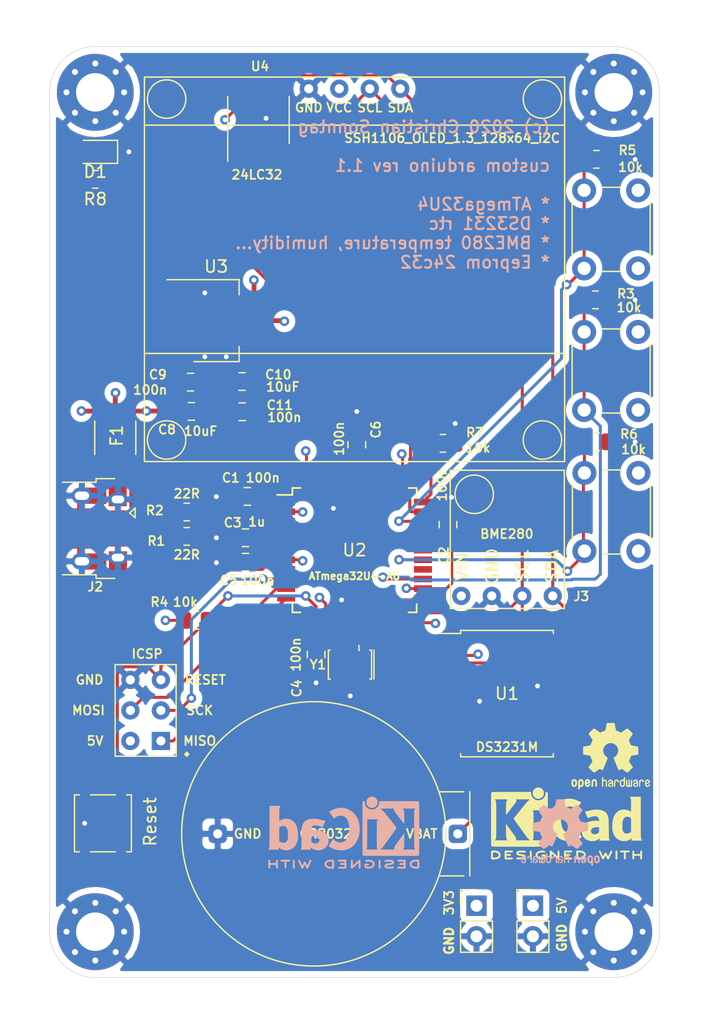
<source format=kicad_pcb>
(kicad_pcb (version 20171130) (host pcbnew 5.1.8-db9833491~87~ubuntu20.04.1)
  (layers (0 F.Cu signal) (1 In1.Cu power) (2 In2.Cu signal) (31 B.Cu signal) (34 B.Paste user) (35 F.Paste user) (36 B.SilkS user) (37 F.SilkS user) (38 B.Mask user) (39 F.Mask user) (44 Edge.Cuts user))
  (net 0 "")
  (net 1 GND)
  (net 2 RESET)
  (net 3 MOSI)
  (net 4 SCK)
  (net 5 MISO)
  (net 6 "Net-(J2-Pad4)")
  (net 7 SDA)
  (net 8 SCL)
  (net 9 "Net-(U1-Pad4)")
  (net 10 "Net-(U1-Pad1)")
  (net 11 "Net-(U2-Pad41)")
  (net 12 "Net-(U2-Pad40)")
  (net 13 "Net-(U2-Pad39)")
  (net 14 "Net-(U2-Pad38)")
  (net 15 "Net-(U2-Pad37)")
  (net 16 "Net-(U2-Pad36)")
  (net 17 "Net-(U2-Pad30)")
  (net 18 "Net-(U2-Pad29)")
  (net 19 "Net-(U2-Pad8)")
  (net 20 "Net-(U2-Pad1)")
  (net 21 VBAT)
  (net 22 D+)
  (net 23 D-)
  (net 24 +5V)
  (net 25 "Net-(C3-Pad1)")
  (net 26 "Net-(C6-Pad2)")
  (net 27 TX)
  (net 28 RX)
  (net 29 "Net-(U2-Pad17)")
  (net 30 "Net-(U2-Pad16)")
  (net 31 "Net-(F1-Pad2)")
  (net 32 "Net-(J2-Pad3)")
  (net 33 "Net-(J2-Pad2)")
  (net 34 BTN_SET)
  (net 35 BTN_UP)
  (net 36 BTN_DOWN)
  (net 37 CLK_INT)
  (net 38 "Net-(U2-Pad28)")
  (net 39 "Net-(U2-Pad26)")
  (net 40 +3V3)
  (net 41 CTS)
  (net 42 "Net-(R7-Pad1)")
  (net 43 "Net-(D1-Pad2)")
  (net 44 "Net-(R8-Pad1)")
  (net 45 "Net-(U4-Pad3)")
  (net 46 "Net-(U4-Pad2)")
  (net 47 "Net-(U4-Pad1)")
  (module Button_Switch_SMD:SW_SPST_TL3305A (layer F.Cu) (at 108.585 84.963 270)
    (fp_text reference SW4 hide)
    (fp_text value Reset (at -0.127 -3.937 90) (layer F.SilkS))
    (pad 2 smd rect (at -3.6 1.5 270) (size 1.6 1.4) (layers F.Cu F.Paste F.Mask) (net 1 GND))
    (pad 2 smd rect (at 3.6 1.5 270) (size 1.6 1.4) (layers F.Cu F.Paste F.Mask) (net 1 GND))
    (pad 1 smd rect (at -3.6 -1.5 270) (size 1.6 1.4) (layers F.Cu F.Paste F.Mask) (net 2 RESET))
    (pad 1 smd rect (at 3.6 -1.5 270) (size 1.6 1.4) (layers F.Cu F.Paste F.Mask) (net 2 RESET))
  )
  (module Connector_PinHeader_2.54mm:PinHeader_1x02_P2.54mm_Vertical (layer F.Cu) (at 139.7 91.821)
    (fp_text reference J7 hide)
    (fp_text value 3V3 (at -2.286 -0.254 270) (layer F.SilkS) (effects (font (size 0.75 0.75))))
    (pad 2 thru_hole oval (at 0 2.54) (size 1.7 1.7) (drill 1) (layers *.Cu *.Mask) (net 1 GND))
    (pad 1 thru_hole rect (at 0 0) (size 1.7 1.7) (drill 1) (layers *.Cu *.Mask) (net 40 +3V3))
  )
  (module Connector_PinHeader_2.54mm:PinHeader_1x02_P2.54mm_Vertical (layer F.Cu) (at 144.399 91.821)
    (fp_text reference J6 hide)
    (fp_text value 5V (at 2.413 0 270) (layer F.SilkS) (effects (font (size 0.75 0.75))))
    (pad 2 thru_hole oval (at 0 2.54) (size 1.7 1.7) (drill 1) (layers *.Cu *.Mask) (net 1 GND))
    (pad 1 thru_hole rect (at 0 0) (size 1.7 1.7) (drill 1) (layers *.Cu *.Mask) (net 24 +5V))
  )
  (module Package_SO:SOIC-8_3.9x4.9mm_P1.27mm (layer F.Cu) (at 121.539 26.416 90)
    (fp_text reference U4 (at 4.445 0.127 180) (layer F.SilkS) (effects (font (size 0.75 0.75))))
    (fp_text value 24LC32 (at -4.572 -0.127 180) (layer F.SilkS) (effects (font (size 0.75 0.75))))
    (pad 8 smd roundrect (at 2.475 -1.905 90) (size 1.95 0.6) (layers F.Cu F.Paste F.Mask) (net 24 +5V))
    (pad 7 smd roundrect (at 2.475 -0.635 90) (size 1.95 0.6) (layers F.Cu F.Paste F.Mask) (net 1 GND))
    (pad 6 smd roundrect (at 2.475 0.635 90) (size 1.95 0.6) (layers F.Cu F.Paste F.Mask) (net 8 SCL))
    (pad 5 smd roundrect (at 2.475 1.905 90) (size 1.95 0.6) (layers F.Cu F.Paste F.Mask) (net 7 SDA))
    (pad 4 smd roundrect (at -2.475 1.905 90) (size 1.95 0.6) (layers F.Cu F.Paste F.Mask) (net 1 GND))
    (pad 3 smd roundrect (at -2.475 0.635 90) (size 1.95 0.6) (layers F.Cu F.Paste F.Mask) (net 45 "Net-(U4-Pad3)"))
    (pad 2 smd roundrect (at -2.475 -0.635 90) (size 1.95 0.6) (layers F.Cu F.Paste F.Mask) (net 46 "Net-(U4-Pad2)"))
    (pad 1 smd roundrect (at -2.475 -1.905 90) (size 1.95 0.6) (layers F.Cu F.Paste F.Mask) (net 47 "Net-(U4-Pad1)"))
  )
  (module Resistor_SMD:R_0805_2012Metric_Pad1.20x1.40mm_HandSolder (layer F.Cu) (at 107.95 31.369 180)
    (fp_text reference R8 (at 0 -1.65) (layer F.SilkS))
    (fp_text value 1k)
    (pad 2 smd roundrect (at 1 0 180) (size 1.2 1.4) (layers F.Cu F.Paste F.Mask) (roundrect_rratio 0.2083325) (net 43 "Net-(D1-Pad2)"))
    (pad 1 smd roundrect (at -1 0 180) (size 1.2 1.4) (layers F.Cu F.Paste F.Mask) (roundrect_rratio 0.2083325) (net 44 "Net-(R8-Pad1)"))
  )
  (module LED_SMD:LED_0805_2012Metric_Pad1.15x1.40mm_HandSolder (layer F.Cu) (at 107.95 29.083 180)
    (fp_text reference D1 (at 0 -1.65) (layer F.SilkS))
    (fp_text value LED)
    (pad 2 smd roundrect (at 1.025 0 180) (size 1.15 1.4) (layers F.Cu F.Paste F.Mask) (roundrect_rratio 0.2173904347826087) (net 43 "Net-(D1-Pad2)"))
    (pad 1 smd roundrect (at -1.025 0 180) (size 1.15 1.4) (layers F.Cu F.Paste F.Mask) (roundrect_rratio 0.2173904347826087) (net 1 GND))
  )
  (module Resistor_SMD:R_0805_2012Metric_Pad1.20x1.40mm_HandSolder (layer F.Cu) (at 136.906 53.34)
    (fp_text reference R7 (at 2.667 -0.889) (layer F.SilkS) (effects (font (size 0.75 0.75))))
    (fp_text value 10k (at 2.921 0.381) (layer F.SilkS) (effects (font (size 0.75 0.75))))
    (pad 1 smd roundrect (at -1 0) (size 1.2 1.4) (layers F.Cu F.Paste F.Mask) (roundrect_rratio 0.2083325) (net 42 "Net-(R7-Pad1)"))
    (pad 2 smd roundrect (at 1 0) (size 1.2 1.4) (layers F.Cu F.Paste F.Mask) (roundrect_rratio 0.2083325) (net 1 GND))
  )
  (module Symbol:OSHW-Logo2_7.3x6mm_SilkScreen (layer B.Cu) (at 146.685 85.725 180)
    (fp_text reference REF** hide)
    (fp_text value OSHW-Logo2_7.3x6mm_SilkScreen hide)
  )
  (module Symbol:KiCad-Logo2_5mm_SilkScreen (layer B.Cu) (at 128.651 85.725 180)
    (fp_text reference REF** hide)
    (fp_text value KiCad-Logo2_5mm_SilkScreen hide)
  )
  (module Symbol:OSHW-Logo2_7.3x6mm_SilkScreen (layer F.Cu) (at 150.876 79.375)
    (fp_text reference REF** hide)
    (fp_text value OSHW-Logo2_7.3x6mm_SilkScreen hide)
  )
  (module Symbol:KiCad-Logo2_5mm_SilkScreen (layer F.Cu) (at 147.193 84.963)
    (fp_text reference REF** hide)
    (fp_text value KiCad-Logo2_5mm_SilkScreen hide)
  )
  (module custom-arduino-rtc-temperature-humidity:CR2032-Battery-Holder (layer F.Cu) (at 128.143 100.838 180)
    (fp_text reference BT2 hide)
    (fp_text value Battery_Cell hide)
    (fp_text user GND (at 7.5 15) (layer F.SilkS) (effects (font (size 0.75 0.75))))
    (fp_text user VBAT (at -7 15) (layer F.SilkS) (effects (font (size 0.75 0.75))))
    (fp_text user CR2032 (at 1 15) (layer F.SilkS) (effects (font (size 0.75 0.75))))
    (pad 2 thru_hole roundrect (at 10 15 180) (size 1.524 1.524) (drill 0.762) (layers *.Cu *.Mask) (net 1 GND))
    (pad 1 thru_hole roundrect (at -10 15 180) (size 1.524 1.524) (drill 0.762) (layers *.Cu *.Mask) (net 21 VBAT))
  )
  (module custom-arduino-rtc-temperature-humidity:SH1106_OLED_1.3_128x64_I2C (layer F.Cu) (at 129.54 22.86)
    (fp_text reference J4 hide)
    (fp_text value "OLED 1,3 I2C" hide)
    (fp_text user SDA (at 3.81 2.54) (layer F.SilkS) (effects (font (size 0.75 0.75))))
    (fp_text user SCL (at 1.27 2.54) (layer F.SilkS) (effects (font (size 0.75 0.75))))
    (fp_text user VCC (at -1.27 2.54) (layer F.SilkS) (effects (font (size 0.75 0.75))))
    (fp_text user GND (at -3.81 2.54 180) (layer F.SilkS) (effects (font (size 0.75 0.75))))
    (fp_text user SSH1106_OLED_1.3_128x64_i2C (at 8.128 5.08) (layer F.SilkS) (effects (font (size 0.75 0.75))))
    (pad 4 thru_hole circle (at 3.81 0.97) (size 1.524 1.524) (drill 0.762) (layers *.Cu *.Mask) (net 7 SDA))
    (pad 3 thru_hole circle (at 1.27 0.97) (size 1.524 1.524) (drill 0.762) (layers *.Cu *.Mask) (net 8 SCL))
    (pad 2 thru_hole circle (at -1.27 0.97) (size 1.524 1.524) (drill 0.762) (layers *.Cu *.Mask) (net 24 +5V))
    (pad 1 thru_hole circle (at -3.81 0.97) (size 1.524 1.524) (drill 0.762) (layers *.Cu *.Mask) (net 1 GND))
  )
  (module custom-arduino-rtc-temperature-humidity:BME280_Module (layer F.Cu) (at 143.51 68.58)
    (fp_text reference J3 (at 4.9276 -2.5019) (layer F.SilkS) (effects (font (size 0.75 0.75))))
    (fp_text value "BME280 Module" hide)
    (fp_text user SDA (at 2.5 -5 90) (layer F.SilkS))
    (fp_text user SCL (at 0 -5 90) (layer F.SilkS))
    (fp_text user GND (at -2.5 -5 90) (layer F.SilkS))
    (fp_text user VIN (at -5 -5 90) (layer F.SilkS))
    (fp_text user BME280 (at -1.2827 -7.6962) (layer F.SilkS) (effects (font (size 0.75 0.75))))
    (pad 1 thru_hole circle (at -5.08 -2.54) (size 1.524 1.524) (drill 0.762) (layers *.Cu *.Mask) (net 24 +5V))
    (pad 4 thru_hole circle (at 2.54 -2.54) (size 1.524 1.524) (drill 0.762) (layers *.Cu *.Mask) (net 7 SDA))
    (pad 3 thru_hole circle (at 0 -2.54) (size 1.524 1.524) (drill 0.762) (layers *.Cu *.Mask) (net 8 SCL))
    (pad 2 thru_hole circle (at -2.54 -2.54) (size 1.524 1.524) (drill 0.762) (layers *.Cu *.Mask) (net 1 GND))
  )
  (module Package_TO_SOT_SMD:SOT-223-3_TabPin2 (layer F.Cu) (at 118.0211 43.1292)
    (fp_text reference U3 (at 0 -4.5) (layer F.SilkS))
    (fp_text value AMS1117-3.3 hide)
    (pad 1 smd rect (at -3.15 -2.3) (size 2 1.5) (layers F.Cu F.Paste F.Mask) (net 1 GND))
    (pad 3 smd rect (at -3.15 2.3) (size 2 1.5) (layers F.Cu F.Paste F.Mask) (net 24 +5V))
    (pad 2 smd rect (at -3.15 0) (size 2 1.5) (layers F.Cu F.Paste F.Mask) (net 40 +3V3))
    (pad 2 smd rect (at 3.15 0) (size 2 3.8) (layers F.Cu F.Paste F.Mask) (net 40 +3V3))
  )
  (module Capacitor_SMD:C_0805_2012Metric_Pad1.18x1.45mm_HandSolder (layer F.Cu) (at 120.1801 50.7111 180)
    (fp_text reference C11 (at -3.1369 0.5461) (layer F.SilkS) (effects (font (size 0.75 0.75))))
    (fp_text value 100n (at -3.5179 -0.4699) (layer F.SilkS) (effects (font (size 0.75 0.75))))
    (pad 2 smd roundrect (at 1.0375 0 180) (size 1.175 1.45) (layers F.Cu F.Paste F.Mask) (roundrect_rratio 0.2127659574468085) (net 1 GND))
    (pad 1 smd roundrect (at -1.0375 0 180) (size 1.175 1.45) (layers F.Cu F.Paste F.Mask) (roundrect_rratio 0.2127659574468085) (net 40 +3V3))
  )
  (module Capacitor_SMD:C_0805_2012Metric_Pad1.18x1.45mm_HandSolder (layer F.Cu) (at 120.1674 48.1965 180)
    (fp_text reference C10 (at -3.0226 0.5715) (layer F.SilkS) (effects (font (size 0.75 0.75))))
    (fp_text value 10uF (at -3.4036 -0.4445) (layer F.SilkS) (effects (font (size 0.75 0.75))))
    (pad 2 smd roundrect (at 1.0375 0 180) (size 1.175 1.45) (layers F.Cu F.Paste F.Mask) (roundrect_rratio 0.2127659574468085) (net 1 GND))
    (pad 1 smd roundrect (at -1.0375 0 180) (size 1.175 1.45) (layers F.Cu F.Paste F.Mask) (roundrect_rratio 0.2127659574468085) (net 40 +3V3))
  )
  (module Capacitor_SMD:C_0805_2012Metric_Pad1.18x1.45mm_HandSolder (layer F.Cu) (at 115.8875 48.2473)
    (fp_text reference C9 (at -2.7305 -0.6223) (layer F.SilkS) (effects (font (size 0.75 0.75))))
    (fp_text value 100n (at -3.3655 0.6477) (layer F.SilkS) (effects (font (size 0.75 0.75))))
    (pad 2 smd roundrect (at 1.0375 0) (size 1.175 1.45) (layers F.Cu F.Paste F.Mask) (roundrect_rratio 0.2127659574468085) (net 1 GND))
    (pad 1 smd roundrect (at -1.0375 0) (size 1.175 1.45) (layers F.Cu F.Paste F.Mask) (roundrect_rratio 0.2127659574468085) (net 24 +5V))
  )
  (module Capacitor_SMD:C_0805_2012Metric_Pad1.18x1.45mm_HandSolder (layer F.Cu) (at 115.951 50.6857)
    (fp_text reference C8 (at -2.032 1.5113) (layer F.SilkS) (effects (font (size 0.75 0.75))))
    (fp_text value 10uF (at 0.762 1.6383) (layer F.SilkS) (effects (font (size 0.75 0.75))))
    (pad 2 smd roundrect (at 1.0375 0) (size 1.175 1.45) (layers F.Cu F.Paste F.Mask) (roundrect_rratio 0.2127659574468085) (net 1 GND))
    (pad 1 smd roundrect (at -1.0375 0) (size 1.175 1.45) (layers F.Cu F.Paste F.Mask) (roundrect_rratio 0.2127659574468085) (net 24 +5V))
  )
  (module Capacitor_SMD:C_0805_2012Metric_Pad1.18x1.45mm_HandSolder (layer F.Cu) (at 120.4595 63.2333 180)
    (fp_text reference C5 (at 1.397 -1.4986) (layer F.SilkS) (effects (font (size 0.75 0.75))))
    (fp_text value 100n (at -1.0033 -1.5367) (layer F.SilkS) (effects (font (size 0.75 0.75))))
    (pad 2 smd roundrect (at 1.0375 0 180) (size 1.175 1.45) (layers F.Cu F.Paste F.Mask) (roundrect_rratio 0.2127659574468085) (net 1 GND))
    (pad 1 smd roundrect (at -1.0375 0 180) (size 1.175 1.45) (layers F.Cu F.Paste F.Mask) (roundrect_rratio 0.2127659574468085) (net 24 +5V))
  )
  (module Capacitor_SMD:C_0805_2012Metric_Pad1.18x1.45mm_HandSolder (layer F.Cu) (at 126.3396 70.9168 270)
    (fp_text reference C4 (at 2.8194 1.6129 90) (layer F.SilkS) (effects (font (size 0.75 0.75))))
    (fp_text value 100n (at 0 1.68 90) (layer F.SilkS) (effects (font (size 0.75 0.75))))
    (pad 2 smd roundrect (at 1.0375 0 270) (size 1.175 1.45) (layers F.Cu F.Paste F.Mask) (roundrect_rratio 0.2127659574468085) (net 1 GND))
    (pad 1 smd roundrect (at -1.0375 0 270) (size 1.175 1.45) (layers F.Cu F.Paste F.Mask) (roundrect_rratio 0.2127659574468085) (net 24 +5V))
  )
  (module Fuse:Fuse_1812_4532Metric_Pad1.30x3.40mm_HandSolder (layer F.Cu) (at 109.6137 52.8828 270)
    (fp_text reference F1 (at -0.1778 -0.1143 90) (layer F.SilkS))
    (fp_text value "MF-MSMF050-2 500mA" hide)
    (pad 2 smd roundrect (at 2.225 0 270) (size 1.3 3.4) (layers F.Cu F.Paste F.Mask) (roundrect_rratio 0.1923069230769231) (net 31 "Net-(F1-Pad2)"))
    (pad 1 smd roundrect (at -2.225 0 270) (size 1.3 3.4) (layers F.Cu F.Paste F.Mask) (roundrect_rratio 0.1923069230769231) (net 24 +5V))
  )
  (module Button_Switch_THT:SW_PUSH_6mm (layer F.Cu) (at 153.1874 55.8038 270)
    (fp_text reference SW3 hide)
    (fp_text value SW_Push hide)
    (pad 1 thru_hole circle (at 6.5 0) (size 2 2) (drill 1.1) (layers *.Cu *.Mask) (net 24 +5V))
    (pad 2 thru_hole circle (at 6.5 4.5) (size 2 2) (drill 1.1) (layers *.Cu *.Mask) (net 36 BTN_DOWN))
    (pad 1 thru_hole circle (at 0 0) (size 2 2) (drill 1.1) (layers *.Cu *.Mask) (net 24 +5V))
    (pad 2 thru_hole circle (at 0 4.5) (size 2 2) (drill 1.1) (layers *.Cu *.Mask) (net 36 BTN_DOWN))
  )
  (module Button_Switch_THT:SW_PUSH_6mm (layer F.Cu) (at 153.162 32.2834 270)
    (fp_text reference SW2 hide)
    (fp_text value SW_Push hide)
    (pad 1 thru_hole circle (at 6.5 0) (size 2 2) (drill 1.1) (layers *.Cu *.Mask) (net 24 +5V))
    (pad 2 thru_hole circle (at 6.5 4.5) (size 2 2) (drill 1.1) (layers *.Cu *.Mask) (net 35 BTN_UP))
    (pad 1 thru_hole circle (at 0 0) (size 2 2) (drill 1.1) (layers *.Cu *.Mask) (net 24 +5V))
    (pad 2 thru_hole circle (at 0 4.5) (size 2 2) (drill 1.1) (layers *.Cu *.Mask) (net 35 BTN_UP))
  )
  (module Button_Switch_THT:SW_PUSH_6mm (layer F.Cu) (at 153.162 44.069 270)
    (fp_text reference SW1 hide)
    (fp_text value SW_Push hide)
    (pad 1 thru_hole circle (at 6.5 0) (size 2 2) (drill 1.1) (layers *.Cu *.Mask) (net 24 +5V))
    (pad 2 thru_hole circle (at 6.5 4.5) (size 2 2) (drill 1.1) (layers *.Cu *.Mask) (net 34 BTN_SET))
    (pad 1 thru_hole circle (at 0 0) (size 2 2) (drill 1.1) (layers *.Cu *.Mask) (net 24 +5V))
    (pad 2 thru_hole circle (at 0 4.5) (size 2 2) (drill 1.1) (layers *.Cu *.Mask) (net 34 BTN_SET))
  )
  (module Resistor_SMD:R_0805_2012Metric_Pad1.20x1.40mm_HandSolder (layer F.Cu) (at 149.7076 53.213 180)
    (fp_text reference R6 (at -2.6924 0.635) (layer F.SilkS) (effects (font (size 0.75 0.75))))
    (fp_text value 10k (at -3.0734 -0.635) (layer F.SilkS) (effects (font (size 0.75 0.75))))
    (pad 1 smd roundrect (at -1 0 180) (size 1.2 1.4) (layers F.Cu F.Paste F.Mask) (roundrect_rratio 0.2083325) (net 1 GND))
    (pad 2 smd roundrect (at 1 0 180) (size 1.2 1.4) (layers F.Cu F.Paste F.Mask) (roundrect_rratio 0.2083325) (net 36 BTN_DOWN))
  )
  (module Resistor_SMD:R_0805_2012Metric_Pad1.20x1.40mm_HandSolder (layer F.Cu) (at 149.6822 29.7053 180)
    (fp_text reference R5 (at -2.5908 0.7493) (layer F.SilkS) (effects (font (size 0.75 0.75))))
    (fp_text value 10k (at -2.8448 -0.6477) (layer F.SilkS) (effects (font (size 0.75 0.75))))
    (pad 2 smd roundrect (at 1 0 180) (size 1.2 1.4) (layers F.Cu F.Paste F.Mask) (roundrect_rratio 0.2083325) (net 35 BTN_UP))
    (pad 1 smd roundrect (at -1 0 180) (size 1.2 1.4) (layers F.Cu F.Paste F.Mask) (roundrect_rratio 0.2083325) (net 1 GND))
  )
  (module Resistor_SMD:R_0805_2012Metric_Pad1.20x1.40mm_HandSolder (layer F.Cu) (at 149.606 41.402 180)
    (fp_text reference R3 (at -2.54 0.508) (layer F.SilkS) (effects (font (size 0.75 0.75))))
    (fp_text value 10k (at -2.794 -0.635) (layer F.SilkS) (effects (font (size 0.75 0.75))))
    (pad 2 smd roundrect (at 1 0 180) (size 1.2 1.4) (layers F.Cu F.Paste F.Mask) (roundrect_rratio 0.2083325) (net 34 BTN_SET))
    (pad 1 smd roundrect (at -1 0 180) (size 1.2 1.4) (layers F.Cu F.Paste F.Mask) (roundrect_rratio 0.2083325) (net 1 GND))
  )
  (module Capacitor_SMD:C_0805_2012Metric_Pad1.18x1.45mm_HandSolder (layer F.Cu) (at 137.3251 60.1052 90)
    (fp_text reference C2 (at -2.5566 -0.3429 90) (layer F.SilkS) (effects (font (size 0.75 0.75))))
    (fp_text value 100n (at 3.3489 -0.4953 90) (layer F.SilkS) (effects (font (size 0.75 0.75))))
    (pad 2 smd roundrect (at 1.0375 0 90) (size 1.175 1.45) (layers F.Cu F.Paste F.Mask) (roundrect_rratio 0.2127659574468085) (net 1 GND))
    (pad 1 smd roundrect (at -1.0375 0 90) (size 1.175 1.45) (layers F.Cu F.Paste F.Mask) (roundrect_rratio 0.2127659574468085) (net 24 +5V))
  )
  (module Capacitor_SMD:C_0805_2012Metric_Pad1.18x1.45mm_HandSolder (layer F.Cu) (at 120.6119 57.7596 180)
    (fp_text reference C1 (at 1.3716 1.5494) (layer F.SilkS) (effects (font (size 0.75 0.75))))
    (fp_text value 100n (at -1.2954 1.5494) (layer F.SilkS) (effects (font (size 0.75 0.75))))
    (pad 2 smd roundrect (at 1.0375 0 180) (size 1.175 1.45) (layers F.Cu F.Paste F.Mask) (roundrect_rratio 0.2127659574468085) (net 1 GND))
    (pad 1 smd roundrect (at -1.0375 0 180) (size 1.175 1.45) (layers F.Cu F.Paste F.Mask) (roundrect_rratio 0.2127659574468085) (net 24 +5V))
  )
  (module Resistor_SMD:R_0805_2012Metric_Pad1.20x1.40mm_HandSolder (layer F.Cu) (at 116.332 68.072 180)
    (fp_text reference R4 (at 3.048 1.524) (layer F.SilkS) (effects (font (size 0.75 0.75))))
    (fp_text value 10k (at 0.889 1.524) (layer F.SilkS) (effects (font (size 0.75 0.75))))
    (pad 2 smd roundrect (at 1 0 180) (size 1.2 1.4) (layers F.Cu F.Paste F.Mask) (roundrect_rratio 0.2083325) (net 24 +5V))
    (pad 1 smd roundrect (at -1 0 180) (size 1.2 1.4) (layers F.Cu F.Paste F.Mask) (roundrect_rratio 0.2083325) (net 2 RESET))
  )
  (module Resistor_SMD:R_0805_2012Metric_Pad1.20x1.40mm_HandSolder (layer F.Cu) (at 115.57 59.055 180)
    (fp_text reference R2 (at 2.667 0.127) (layer F.SilkS) (effects (font (size 0.75 0.75))))
    (fp_text value 22R (at 0 1.524) (layer F.SilkS) (effects (font (size 0.75 0.75))))
    (pad 2 smd roundrect (at 1 0 180) (size 1.2 1.4) (layers F.Cu F.Paste F.Mask) (roundrect_rratio 0.2083325) (net 33 "Net-(J2-Pad2)"))
    (pad 1 smd roundrect (at -1 0 180) (size 1.2 1.4) (layers F.Cu F.Paste F.Mask) (roundrect_rratio 0.2083325) (net 23 D-))
  )
  (module Resistor_SMD:R_0805_2012Metric_Pad1.20x1.40mm_HandSolder (layer F.Cu) (at 115.57 61.087 180)
    (fp_text reference R1 (at 2.54 -0.381) (layer F.SilkS) (effects (font (size 0.75 0.75))))
    (fp_text value 22R (at 0 -1.524) (layer F.SilkS) (effects (font (size 0.75 0.75))))
    (pad 2 smd roundrect (at 1 0 180) (size 1.2 1.4) (layers F.Cu F.Paste F.Mask) (roundrect_rratio 0.2083325) (net 32 "Net-(J2-Pad3)"))
    (pad 1 smd roundrect (at -1 0 180) (size 1.2 1.4) (layers F.Cu F.Paste F.Mask) (roundrect_rratio 0.2083325) (net 22 D+))
  )
  (module Crystal:Resonator_SMD_muRata_CSTxExxV-3Pin_3.0x1.1mm_HandSoldering (layer F.Cu) (at 129.159 71.755 180)
    (fp_text reference Y1 (at 2.667 0) (layer F.SilkS) (effects (font (size 0.75 0.75))))
    (fp_text value Resonator_Small)
    (pad 3 smd rect (at 1.2 0 180) (size 0.4 3.2) (layers F.Cu F.Paste F.Mask) (net 30 "Net-(U2-Pad16)"))
    (pad 2 smd rect (at 0 0 180) (size 0.4 3.2) (layers F.Cu F.Paste F.Mask) (net 1 GND))
    (pad 1 smd rect (at -1.2 0 180) (size 0.4 3.2) (layers F.Cu F.Paste F.Mask) (net 29 "Net-(U2-Pad17)"))
  )
  (module custom-arduino-rtc-temperature-humidity:ICSP_Connector (layer F.Cu) (at 110.871 80.645 180)
    (fp_text reference J1 hide)
    (fp_text value ICSP (at -1.397 9.779 180) (layer F.SilkS) (effects (font (size 0.75 0.75))))
    (fp_text user GND (at 2.159 7.62 180) (layer F.SilkS) (effects (font (size 0.75 0.75)) (justify right)))
    (fp_text user MOSI (at 2.032 5.08 180) (layer F.SilkS) (effects (font (size 0.75 0.75)) (justify right)))
    (fp_text user 5V (at 2.159 2.54 180) (layer F.SilkS) (effects (font (size 0.75 0.75)) (justify right)))
    (fp_text user RESET (at -4.445 7.62 180) (layer F.SilkS) (effects (font (size 0.75 0.75)) (justify left)))
    (fp_text user SCK (at -4.572 5.08 180) (layer F.SilkS) (effects (font (size 0.75 0.75)) (justify left)))
    (fp_text user MISO (at -4.318 2.54 180) (layer F.SilkS) (effects (font (size 0.75 0.75)) (justify left)))
    (pad 6 thru_hole circle (at 0 7.62 180) (size 1.524 1.524) (drill 0.762) (layers *.Cu *.Mask) (net 1 GND))
    (pad 5 thru_hole circle (at -2.54 7.62 180) (size 1.524 1.524) (drill 0.762) (layers *.Cu *.Mask) (net 2 RESET))
    (pad 4 thru_hole circle (at 0 5.08 180) (size 1.524 1.524) (drill 0.762) (layers *.Cu *.Mask) (net 3 MOSI))
    (pad 3 thru_hole circle (at -2.54 5.08 180) (size 1.524 1.524) (drill 0.762) (layers *.Cu *.Mask) (net 4 SCK))
    (pad 2 thru_hole circle (at 0 2.54 180) (size 1.524 1.524) (drill 0.762) (layers *.Cu *.Mask) (net 24 +5V))
    (pad 1 thru_hole rect (at -2.54 2.54 180) (size 1.524 1.524) (drill 0.762) (layers *.Cu *.Mask) (net 5 MISO))
  )
  (module Capacitor_SMD:C_0805_2012Metric_Pad1.18x1.45mm_HandSolder (layer F.Cu) (at 129.7305 53.4543 270)
    (fp_text reference C6 (at -1.2573 -1.5875 90) (layer F.SilkS) (effects (font (size 0.75 0.75))))
    (fp_text value 100n (at -0.4953 1.4605 90) (layer F.SilkS) (effects (font (size 0.75 0.75))))
    (pad 2 smd roundrect (at 1.0375 0 270) (size 1.175 1.45) (layers F.Cu F.Paste F.Mask) (roundrect_rratio 0.2127659574468085) (net 26 "Net-(C6-Pad2)"))
    (pad 1 smd roundrect (at -1.0375 0 270) (size 1.175 1.45) (layers F.Cu F.Paste F.Mask) (roundrect_rratio 0.2127659574468085) (net 1 GND))
  )
  (module MountingHole:MountingHole_3.2mm_M3_Pad_Via (layer F.Cu) (at 151.13 93.98)
    (fp_text reference H4 hide)
    (fp_text value MountingHole_Pad hide)
    (pad 1 thru_hole circle (at 1.697056 -1.697056) (size 0.8 0.8) (drill 0.5) (layers *.Cu *.Mask) (net 1 GND))
    (pad 1 thru_hole circle (at 0 -2.4) (size 0.8 0.8) (drill 0.5) (layers *.Cu *.Mask) (net 1 GND))
    (pad 1 thru_hole circle (at -1.697056 -1.697056) (size 0.8 0.8) (drill 0.5) (layers *.Cu *.Mask) (net 1 GND))
    (pad 1 thru_hole circle (at -2.4 0) (size 0.8 0.8) (drill 0.5) (layers *.Cu *.Mask) (net 1 GND))
    (pad 1 thru_hole circle (at -1.697056 1.697056) (size 0.8 0.8) (drill 0.5) (layers *.Cu *.Mask) (net 1 GND))
    (pad 1 thru_hole circle (at 0 2.4) (size 0.8 0.8) (drill 0.5) (layers *.Cu *.Mask) (net 1 GND))
    (pad 1 thru_hole circle (at 1.697056 1.697056) (size 0.8 0.8) (drill 0.5) (layers *.Cu *.Mask) (net 1 GND))
    (pad 1 thru_hole circle (at 2.4 0) (size 0.8 0.8) (drill 0.5) (layers *.Cu *.Mask) (net 1 GND))
    (pad 1 thru_hole circle (at 0 0) (size 6.4 6.4) (drill 3.2) (layers *.Cu *.Mask) (net 1 GND))
  )
  (module Connector_USB:USB_Micro-B_Amphenol_10103594-0001LF_Horizontal (layer F.Cu) (at 107.95 60.452 270)
    (fp_text reference J2 (at 4.826 0) (layer F.SilkS) (effects (font (size 0.75 0.75))))
    (fp_text value USB_B_Micro hide)
    (pad 6 smd rect (at 0.935 1.385) (size 2.5 1.43) (layers F.Cu F.Paste F.Mask) (net 1 GND))
    (pad 6 smd rect (at -0.985 1.385) (size 2.5 1.43) (layers F.Cu F.Paste F.Mask) (net 1 GND))
    (pad 6 thru_hole oval (at 2.705 1.115) (size 1.7 1.35) (drill oval 1.2 0.7) (layers *.Cu *.Mask) (net 1 GND))
    (pad 6 thru_hole oval (at -2.755 1.115) (size 1.7 1.35) (drill oval 1.2 0.7) (layers *.Cu *.Mask) (net 1 GND))
    (pad 6 thru_hole oval (at 2.395 -1.885) (size 1.5 1.1) (drill oval 1.05 0.65) (layers *.Cu *.Mask) (net 1 GND))
    (pad 6 thru_hole oval (at -2.445 -1.885) (size 1.5 1.1) (drill oval 1.05 0.65) (layers *.Cu *.Mask) (net 1 GND))
    (pad 5 smd rect (at 1.275 -1.765) (size 1.65 0.4) (layers F.Cu F.Paste F.Mask) (net 1 GND))
    (pad 4 smd rect (at 0.625 -1.765) (size 1.65 0.4) (layers F.Cu F.Paste F.Mask) (net 6 "Net-(J2-Pad4)"))
    (pad 3 smd rect (at -0.025 -1.765) (size 1.65 0.4) (layers F.Cu F.Paste F.Mask) (net 32 "Net-(J2-Pad3)"))
    (pad 2 smd rect (at -0.675 -1.765) (size 1.65 0.4) (layers F.Cu F.Paste F.Mask) (net 33 "Net-(J2-Pad2)"))
    (pad 1 smd rect (at -1.325 -1.765) (size 1.65 0.4) (layers F.Cu F.Paste F.Mask) (net 31 "Net-(F1-Pad2)"))
    (pad 6 smd rect (at 2.875 -1.885 270) (size 2 1.5) (layers F.Cu F.Paste F.Mask) (net 1 GND))
    (pad 6 smd rect (at -2.875 -1.865 270) (size 2 1.5) (layers F.Cu F.Paste F.Mask) (net 1 GND))
    (pad 6 smd rect (at 2.975 -0.565 270) (size 1.825 0.7) (layers F.Cu F.Paste F.Mask) (net 1 GND))
    (pad 6 smd rect (at -2.975 -0.565 270) (size 1.825 0.7) (layers F.Cu F.Paste F.Mask) (net 1 GND))
    (pad 6 smd rect (at -2.755 0.185 270) (size 1.35 2) (layers F.Cu F.Paste F.Mask) (net 1 GND))
    (pad 6 smd rect (at 2.725 0.185 270) (size 1.35 2) (layers F.Cu F.Paste F.Mask) (net 1 GND))
  )
  (module Capacitor_SMD:C_0805_2012Metric_Pad1.18x1.45mm_HandSolder (layer F.Cu) (at 120.4595 61.2013 180)
    (fp_text reference C3 hide)
    (fp_text value 1u (at -0.9398 1.3335) (layer F.SilkS) (effects (font (size 0.75 0.75))))
    (fp_text user %R (at 1.0668 1.2573) (layer F.SilkS) (effects (font (size 0.75 0.75))))
    (pad 2 smd roundrect (at 1.0375 0 180) (size 1.175 1.45) (layers F.Cu F.Paste F.Mask) (roundrect_rratio 0.2127659574468085) (net 1 GND))
    (pad 1 smd roundrect (at -1.0375 0 180) (size 1.175 1.45) (layers F.Cu F.Paste F.Mask) (roundrect_rratio 0.2127659574468085) (net 25 "Net-(C3-Pad1)"))
  )
  (module MountingHole:MountingHole_3.2mm_M3_Pad_Via (layer F.Cu) (at 151.13 24.13)
    (fp_text reference H3 hide)
    (fp_text value MountingHole_Pad hide)
    (pad 1 thru_hole circle (at 1.697056 -1.697056) (size 0.8 0.8) (drill 0.5) (layers *.Cu *.Mask) (net 1 GND))
    (pad 1 thru_hole circle (at 0 -2.4) (size 0.8 0.8) (drill 0.5) (layers *.Cu *.Mask) (net 1 GND))
    (pad 1 thru_hole circle (at -1.697056 -1.697056) (size 0.8 0.8) (drill 0.5) (layers *.Cu *.Mask) (net 1 GND))
    (pad 1 thru_hole circle (at -2.4 0) (size 0.8 0.8) (drill 0.5) (layers *.Cu *.Mask) (net 1 GND))
    (pad 1 thru_hole circle (at -1.697056 1.697056) (size 0.8 0.8) (drill 0.5) (layers *.Cu *.Mask) (net 1 GND))
    (pad 1 thru_hole circle (at 0 2.4) (size 0.8 0.8) (drill 0.5) (layers *.Cu *.Mask) (net 1 GND))
    (pad 1 thru_hole circle (at 1.697056 1.697056) (size 0.8 0.8) (drill 0.5) (layers *.Cu *.Mask) (net 1 GND))
    (pad 1 thru_hole circle (at 2.4 0) (size 0.8 0.8) (drill 0.5) (layers *.Cu *.Mask) (net 1 GND))
    (pad 1 thru_hole circle (at 0 0) (size 6.4 6.4) (drill 3.2) (layers *.Cu *.Mask) (net 1 GND))
  )
  (module MountingHole:MountingHole_3.2mm_M3_Pad_Via (layer F.Cu) (at 107.95 93.98)
    (fp_text reference H2 hide)
    (fp_text value MountingHole_Pad hide)
    (pad 1 thru_hole circle (at 1.697056 -1.697056) (size 0.8 0.8) (drill 0.5) (layers *.Cu *.Mask) (net 1 GND))
    (pad 1 thru_hole circle (at 0 -2.4) (size 0.8 0.8) (drill 0.5) (layers *.Cu *.Mask) (net 1 GND))
    (pad 1 thru_hole circle (at -1.697056 -1.697056) (size 0.8 0.8) (drill 0.5) (layers *.Cu *.Mask) (net 1 GND))
    (pad 1 thru_hole circle (at -2.4 0) (size 0.8 0.8) (drill 0.5) (layers *.Cu *.Mask) (net 1 GND))
    (pad 1 thru_hole circle (at -1.697056 1.697056) (size 0.8 0.8) (drill 0.5) (layers *.Cu *.Mask) (net 1 GND))
    (pad 1 thru_hole circle (at 0 2.4) (size 0.8 0.8) (drill 0.5) (layers *.Cu *.Mask) (net 1 GND))
    (pad 1 thru_hole circle (at 1.697056 1.697056) (size 0.8 0.8) (drill 0.5) (layers *.Cu *.Mask) (net 1 GND))
    (pad 1 thru_hole circle (at 2.4 0) (size 0.8 0.8) (drill 0.5) (layers *.Cu *.Mask) (net 1 GND))
    (pad 1 thru_hole circle (at 0 0) (size 6.4 6.4) (drill 3.2) (layers *.Cu *.Mask) (net 1 GND))
  )
  (module MountingHole:MountingHole_3.2mm_M3_Pad_Via (layer F.Cu) (at 107.95 24.13)
    (fp_text reference H1 hide)
    (fp_text value MountingHole_Pad hide)
    (pad 1 thru_hole circle (at 1.697056 -1.697056) (size 0.8 0.8) (drill 0.5) (layers *.Cu *.Mask) (net 1 GND))
    (pad 1 thru_hole circle (at 0 -2.4) (size 0.8 0.8) (drill 0.5) (layers *.Cu *.Mask) (net 1 GND))
    (pad 1 thru_hole circle (at -1.697056 -1.697056) (size 0.8 0.8) (drill 0.5) (layers *.Cu *.Mask) (net 1 GND))
    (pad 1 thru_hole circle (at -2.4 0) (size 0.8 0.8) (drill 0.5) (layers *.Cu *.Mask) (net 1 GND))
    (pad 1 thru_hole circle (at -1.697056 1.697056) (size 0.8 0.8) (drill 0.5) (layers *.Cu *.Mask) (net 1 GND))
    (pad 1 thru_hole circle (at 0 2.4) (size 0.8 0.8) (drill 0.5) (layers *.Cu *.Mask) (net 1 GND))
    (pad 1 thru_hole circle (at 1.697056 1.697056) (size 0.8 0.8) (drill 0.5) (layers *.Cu *.Mask) (net 1 GND))
    (pad 1 thru_hole circle (at 2.4 0) (size 0.8 0.8) (drill 0.5) (layers *.Cu *.Mask) (net 1 GND))
    (pad 1 thru_hole circle (at 0 0) (size 6.4 6.4) (drill 3.2) (layers *.Cu *.Mask) (net 1 GND))
  )
  (module Package_QFP:TQFP-44_10x10mm_P0.8mm (layer F.Cu) (at 129.54 62.23)
    (fp_text reference U2 (at 0 0) (layer F.SilkS))
    (fp_text value ATmega32U4-AU (at 0 2.159) (layer F.SilkS) (effects (font (size 0.6 0.6))))
    (pad 1 smd rect (at -5.7 -4) (size 1.5 0.55) (layers F.Cu F.Paste F.Mask) (net 20 "Net-(U2-Pad1)"))
    (pad 2 smd rect (at -5.7 -3.2) (size 1.5 0.55) (layers F.Cu F.Paste F.Mask) (net 24 +5V))
    (pad 3 smd rect (at -5.7 -2.4) (size 1.5 0.55) (layers F.Cu F.Paste F.Mask) (net 23 D-))
    (pad 4 smd rect (at -5.7 -1.6) (size 1.5 0.55) (layers F.Cu F.Paste F.Mask) (net 22 D+))
    (pad 5 smd rect (at -5.7 -0.8) (size 1.5 0.55) (layers F.Cu F.Paste F.Mask) (net 1 GND))
    (pad 6 smd rect (at -5.7 0) (size 1.5 0.55) (layers F.Cu F.Paste F.Mask) (net 25 "Net-(C3-Pad1)"))
    (pad 7 smd rect (at -5.7 0.8) (size 1.5 0.55) (layers F.Cu F.Paste F.Mask) (net 24 +5V))
    (pad 8 smd rect (at -5.7 1.6) (size 1.5 0.55) (layers F.Cu F.Paste F.Mask) (net 19 "Net-(U2-Pad8)"))
    (pad 9 smd rect (at -5.7 2.4) (size 1.5 0.55) (layers F.Cu F.Paste F.Mask) (net 4 SCK))
    (pad 10 smd rect (at -5.7 3.2) (size 1.5 0.55) (layers F.Cu F.Paste F.Mask) (net 3 MOSI))
    (pad 11 smd rect (at -5.7 4) (size 1.5 0.55) (layers F.Cu F.Paste F.Mask) (net 5 MISO))
    (pad 12 smd rect (at -4 5.7 90) (size 1.5 0.55) (layers F.Cu F.Paste F.Mask) (net 37 CLK_INT))
    (pad 13 smd rect (at -3.2 5.7 90) (size 1.5 0.55) (layers F.Cu F.Paste F.Mask) (net 2 RESET))
    (pad 14 smd rect (at -2.4 5.7 90) (size 1.5 0.55) (layers F.Cu F.Paste F.Mask) (net 24 +5V))
    (pad 15 smd rect (at -1.6 5.7 90) (size 1.5 0.55) (layers F.Cu F.Paste F.Mask) (net 1 GND))
    (pad 16 smd rect (at -0.8 5.7 90) (size 1.5 0.55) (layers F.Cu F.Paste F.Mask) (net 30 "Net-(U2-Pad16)"))
    (pad 17 smd rect (at 0 5.7 90) (size 1.5 0.55) (layers F.Cu F.Paste F.Mask) (net 29 "Net-(U2-Pad17)"))
    (pad 18 smd rect (at 0.8 5.7 90) (size 1.5 0.55) (layers F.Cu F.Paste F.Mask) (net 8 SCL))
    (pad 19 smd rect (at 1.6 5.7 90) (size 1.5 0.55) (layers F.Cu F.Paste F.Mask) (net 7 SDA))
    (pad 20 smd rect (at 2.4 5.7 90) (size 1.5 0.55) (layers F.Cu F.Paste F.Mask) (net 28 RX))
    (pad 21 smd rect (at 3.2 5.7 90) (size 1.5 0.55) (layers F.Cu F.Paste F.Mask) (net 27 TX))
    (pad 22 smd rect (at 4 5.7 90) (size 1.5 0.55) (layers F.Cu F.Paste F.Mask) (net 41 CTS))
    (pad 23 smd rect (at 5.7 4) (size 1.5 0.55) (layers F.Cu F.Paste F.Mask) (net 1 GND))
    (pad 24 smd rect (at 5.7 3.2) (size 1.5 0.55) (layers F.Cu F.Paste F.Mask) (net 24 +5V))
    (pad 25 smd rect (at 5.7 2.4) (size 1.5 0.55) (layers F.Cu F.Paste F.Mask) (net 34 BTN_SET))
    (pad 26 smd rect (at 5.7 1.6) (size 1.5 0.55) (layers F.Cu F.Paste F.Mask) (net 39 "Net-(U2-Pad26)"))
    (pad 27 smd rect (at 5.7 0.8) (size 1.5 0.55) (layers F.Cu F.Paste F.Mask) (net 36 BTN_DOWN))
    (pad 28 smd rect (at 5.7 0) (size 1.5 0.55) (layers F.Cu F.Paste F.Mask) (net 38 "Net-(U2-Pad28)"))
    (pad 29 smd rect (at 5.7 -0.8) (size 1.5 0.55) (layers F.Cu F.Paste F.Mask) (net 18 "Net-(U2-Pad29)"))
    (pad 30 smd rect (at 5.7 -1.6) (size 1.5 0.55) (layers F.Cu F.Paste F.Mask) (net 17 "Net-(U2-Pad30)"))
    (pad 31 smd rect (at 5.7 -2.4) (size 1.5 0.55) (layers F.Cu F.Paste F.Mask) (net 35 BTN_UP))
    (pad 32 smd rect (at 5.7 -3.2) (size 1.5 0.55) (layers F.Cu F.Paste F.Mask) (net 44 "Net-(R8-Pad1)"))
    (pad 33 smd rect (at 5.7 -4) (size 1.5 0.55) (layers F.Cu F.Paste F.Mask) (net 42 "Net-(R7-Pad1)"))
    (pad 34 smd rect (at 4 -5.7 90) (size 1.5 0.55) (layers F.Cu F.Paste F.Mask) (net 24 +5V))
    (pad 35 smd rect (at 3.2 -5.7 90) (size 1.5 0.55) (layers F.Cu F.Paste F.Mask) (net 1 GND))
    (pad 36 smd rect (at 2.4 -5.7 90) (size 1.5 0.55) (layers F.Cu F.Paste F.Mask) (net 16 "Net-(U2-Pad36)"))
    (pad 37 smd rect (at 1.6 -5.7 90) (size 1.5 0.55) (layers F.Cu F.Paste F.Mask) (net 15 "Net-(U2-Pad37)"))
    (pad 38 smd rect (at 0.8 -5.7 90) (size 1.5 0.55) (layers F.Cu F.Paste F.Mask) (net 14 "Net-(U2-Pad38)"))
    (pad 39 smd rect (at 0 -5.7 90) (size 1.5 0.55) (layers F.Cu F.Paste F.Mask) (net 13 "Net-(U2-Pad39)"))
    (pad 40 smd rect (at -0.8 -5.7 90) (size 1.5 0.55) (layers F.Cu F.Paste F.Mask) (net 12 "Net-(U2-Pad40)"))
    (pad 41 smd rect (at -1.6 -5.7 90) (size 1.5 0.55) (layers F.Cu F.Paste F.Mask) (net 11 "Net-(U2-Pad41)"))
    (pad 42 smd rect (at -2.4 -5.7 90) (size 1.5 0.55) (layers F.Cu F.Paste F.Mask) (net 26 "Net-(C6-Pad2)"))
    (pad 43 smd rect (at -3.2 -5.7 90) (size 1.5 0.55) (layers F.Cu F.Paste F.Mask) (net 1 GND))
    (pad 44 smd rect (at -4 -5.7 90) (size 1.5 0.55) (layers F.Cu F.Paste F.Mask) (net 24 +5V))
  )
  (module Package_SO:SOIC-16W_7.5x10.3mm_P1.27mm (layer F.Cu) (at 142.24 74.168)
    (fp_text reference U1 (at 0 0) (layer F.SilkS))
    (fp_text value DS3231M (at 0 4.445) (layer F.SilkS) (effects (font (size 0.75 0.75))))
    (pad 16 smd roundrect (at 4.65 -4.445) (size 2.05 0.6) (layers F.Cu F.Paste F.Mask) (net 8 SCL))
    (pad 15 smd roundrect (at 4.65 -3.175) (size 2.05 0.6) (layers F.Cu F.Paste F.Mask) (net 7 SDA))
    (pad 14 smd roundrect (at 4.65 -1.905) (size 2.05 0.6) (layers F.Cu F.Paste F.Mask) (net 21 VBAT))
    (pad 13 smd roundrect (at 4.65 -0.635) (size 2.05 0.6) (layers F.Cu F.Paste F.Mask) (net 1 GND))
    (pad 12 smd roundrect (at 4.65 0.635) (size 2.05 0.6) (layers F.Cu F.Paste F.Mask) (net 1 GND))
    (pad 11 smd roundrect (at 4.65 1.905) (size 2.05 0.6) (layers F.Cu F.Paste F.Mask) (net 1 GND))
    (pad 10 smd roundrect (at 4.65 3.175) (size 2.05 0.6) (layers F.Cu F.Paste F.Mask) (net 1 GND))
    (pad 9 smd roundrect (at 4.65 4.445) (size 2.05 0.6) (layers F.Cu F.Paste F.Mask) (net 1 GND))
    (pad 8 smd roundrect (at -4.65 4.445) (size 2.05 0.6) (layers F.Cu F.Paste F.Mask) (net 1 GND))
    (pad 7 smd roundrect (at -4.65 3.175) (size 2.05 0.6) (layers F.Cu F.Paste F.Mask) (net 1 GND))
    (pad 6 smd roundrect (at -4.65 1.905) (size 2.05 0.6) (layers F.Cu F.Paste F.Mask) (net 1 GND))
    (pad 5 smd roundrect (at -4.65 0.635) (size 2.05 0.6) (layers F.Cu F.Paste F.Mask) (net 1 GND))
    (pad 4 smd roundrect (at -4.65 -0.635) (size 2.05 0.6) (layers F.Cu F.Paste F.Mask) (net 9 "Net-(U1-Pad4)"))
    (pad 3 smd roundrect (at -4.65 -1.905) (size 2.05 0.6) (layers F.Cu F.Paste F.Mask) (net 37 CLK_INT))
    (pad 2 smd roundrect (at -4.65 -3.175) (size 2.05 0.6) (layers F.Cu F.Paste F.Mask) (net 24 +5V))
    (pad 1 smd roundrect (at -4.65 -4.445) (size 2.05 0.6) (layers F.Cu F.Paste F.Mask) (net 10 "Net-(U1-Pad1)"))
  )
  (gr_text . (at 115.57 77.978) (layer F.SilkS) (effects (font (size 3 3))))
  (gr_text GND (at 146.812 94.488 90) (layer F.SilkS) (effects (font (size 0.75 0.75) (thickness 0.1875))))
  (gr_text GND (at 137.414 94.742 90) (layer F.SilkS) (effects (font (size 0.75 0.75) (thickness 0.1875))))
  (gr_text "(c) 2020 Christian Sonntag\n\ncustom arduino rev 1.1\n\n* ATmega32U4\n* DS3231 rtc\n* BME280 temperature, humidity...\n* Eeprom 24c32" (at 145.923 32.639) (layer B.SilkS) (effects (font (size 1 1) (thickness 0.175)) (justify left mirror)))
  (gr_arc (start 151.13 93.98) (end 151.13 97.79) (angle -90) (layer Edge.Cuts) (width 0.05))
  (gr_line (start 107.95 97.79) (end 151.13 97.79) (layer Edge.Cuts) (width 0.05))
  (gr_arc (start 107.95 93.98) (end 104.14 93.98) (angle -90) (layer Edge.Cuts) (width 0.05))
  (gr_arc (start 151.13 24.13) (end 154.94 24.13) (angle -90) (layer Edge.Cuts) (width 0.05))
  (gr_line (start 135.89 20.32) (end 151.13 20.32) (layer Edge.Cuts) (width 0.05))
  (gr_line (start 154.94 24.13) (end 154.94 93.98) (layer Edge.Cuts) (width 0.05))
  (gr_arc (start 107.95 24.13) (end 107.95 20.32) (angle -90) (layer Edge.Cuts) (width 0.05))
  (gr_line (start 104.14 93.98) (end 104.14 24.13) (layer Edge.Cuts) (width 0.05))
  (gr_line (start 107.95 20.32) (end 135.89 20.32) (layer Edge.Cuts) (width 0.05))
  (segment (start 109.835 61.847) (end 109.715 61.727) (width 0.25) (layer F.Cu) (net 1))
  (segment (start 109.835 62.847) (end 109.835 61.847) (width 0.25) (layer F.Cu) (net 1))
  (segment (start 106.565 62.887) (end 106.835 63.157) (width 0.25) (layer F.Cu) (net 1))
  (segment (start 106.565 61.387) (end 106.565 62.887) (width 0.25) (layer F.Cu) (net 1))
  (segment (start 106.565 57.967) (end 106.835 57.697) (width 0.25) (layer F.Cu) (net 1))
  (segment (start 106.565 59.467) (end 106.565 57.967) (width 0.25) (layer F.Cu) (net 1))
  (via (at 127.7747 58.7502) (size 0.8) (drill 0.4) (layers F.Cu B.Cu) (net 1))
  (via (at 128.4605 66.3702) (size 0.8) (drill 0.4) (layers F.Cu B.Cu) (net 1))
  (segment (start 137.59 78.613) (end 137.59 77.343) (width 0.25) (layer F.Cu) (net 1))
  (segment (start 137.59 77.343) (end 137.59 76.073) (width 0.25) (layer F.Cu) (net 1))
  (segment (start 137.59 76.073) (end 137.59 74.803) (width 0.25) (layer F.Cu) (net 1))
  (segment (start 146.89 73.533) (end 146.89 74.803) (width 0.25) (layer F.Cu) (net 1))
  (segment (start 146.89 76.073) (end 146.89 74.803) (width 0.25) (layer F.Cu) (net 1))
  (segment (start 146.89 77.343) (end 146.89 76.073) (width 0.25) (layer F.Cu) (net 1))
  (segment (start 146.89 78.613) (end 146.89 77.343) (width 0.25) (layer F.Cu) (net 1))
  (via (at 144.78 73.533) (size 0.8) (drill 0.4) (layers F.Cu B.Cu) (net 1))
  (segment (start 146.89 73.533) (end 144.78 73.533) (width 0.25) (layer F.Cu) (net 1))
  (via (at 139.954 74.803) (size 0.8) (drill 0.4) (layers F.Cu B.Cu) (net 1))
  (segment (start 137.59 74.803) (end 139.954 74.803) (width 0.25) (layer F.Cu) (net 1))
  (via (at 129.7305 50.6857) (size 0.8) (drill 0.4) (layers F.Cu B.Cu) (net 1))
  (via (at 152.908 53.213) (size 0.8) (drill 0.4) (layers F.Cu B.Cu) (net 1))
  (via (at 152.908 41.402) (size 0.8) (drill 0.4) (layers F.Cu B.Cu) (net 1))
  (segment (start 150.606 41.402) (end 152.908 41.402) (width 0.25) (layer F.Cu) (net 1))
  (via (at 152.908 29.718) (size 0.8) (drill 0.4) (layers F.Cu B.Cu) (net 1))
  (segment (start 150.733 29.718) (end 152.908 29.718) (width 0.25) (layer F.Cu) (net 1))
  (segment (start 129.7305 50.6857) (end 129.7305 52.4168) (width 0.25) (layer F.Cu) (net 1))
  (via (at 129.1844 74.3585) (size 0.8) (drill 0.4) (layers F.Cu B.Cu) (net 1))
  (segment (start 129.159 74.3331) (end 129.1844 74.3585) (width 0.25) (layer F.Cu) (net 1))
  (segment (start 129.159 71.755) (end 129.159 74.3331) (width 0.25) (layer F.Cu) (net 1))
  (via (at 118.0338 57.7723) (size 0.8) (drill 0.4) (layers F.Cu B.Cu) (net 1))
  (segment (start 118.0465 57.7596) (end 118.0338 57.7723) (width 0.25) (layer F.Cu) (net 1))
  (segment (start 119.5744 57.7596) (end 118.0465 57.7596) (width 0.25) (layer F.Cu) (net 1))
  (via (at 118.0338 61.2013) (size 0.8) (drill 0.4) (layers F.Cu B.Cu) (net 1))
  (segment (start 119.422 61.2013) (end 118.0338 61.2013) (width 0.25) (layer F.Cu) (net 1))
  (via (at 118.0338 63.2714) (size 0.8) (drill 0.4) (layers F.Cu B.Cu) (net 1))
  (segment (start 118.0719 63.2333) (end 118.0338 63.2714) (width 0.25) (layer F.Cu) (net 1))
  (segment (start 119.422 63.2333) (end 118.0719 63.2333) (width 0.25) (layer F.Cu) (net 1))
  (via (at 137.618349 57.8358) (size 0.8) (drill 0.4) (layers F.Cu B.Cu) (net 1))
  (segment (start 137.3251 58.129049) (end 137.618349 57.8358) (width 0.25) (layer F.Cu) (net 1))
  (segment (start 137.3251 59.0677) (end 137.3251 58.129049) (width 0.25) (layer F.Cu) (net 1))
  (segment (start 137.618349 57.8358) (end 137.343359 57.8358) (width 0.25) (layer B.Cu) (net 1))
  (via (at 126.3396 73.2663) (size 0.8) (drill 0.4) (layers F.Cu B.Cu) (net 1))
  (segment (start 126.3396 71.9543) (end 126.3396 73.2663) (width 0.25) (layer F.Cu) (net 1))
  (segment (start 131.5198 58.7502) (end 127.7747 58.7502) (width 0.25) (layer F.Cu) (net 1))
  (segment (start 132.74 57.53) (end 131.5198 58.7502) (width 0.25) (layer F.Cu) (net 1))
  (segment (start 132.74 56.53) (end 132.74 57.53) (width 0.25) (layer F.Cu) (net 1))
  (segment (start 126.34 57.3155) (end 127.7747 58.7502) (width 0.25) (layer F.Cu) (net 1))
  (segment (start 126.34 56.53) (end 126.34 57.3155) (width 0.25) (layer F.Cu) (net 1))
  (segment (start 125.0949 61.43) (end 127.7747 58.7502) (width 0.25) (layer F.Cu) (net 1))
  (segment (start 123.84 61.43) (end 125.0949 61.43) (width 0.25) (layer F.Cu) (net 1))
  (segment (start 127.94 66.8907) (end 128.4605 66.3702) (width 0.25) (layer F.Cu) (net 1))
  (segment (start 127.94 67.93) (end 127.94 66.8907) (width 0.25) (layer F.Cu) (net 1))
  (segment (start 135.0998 66.3702) (end 135.24 66.23) (width 0.25) (layer F.Cu) (net 1))
  (segment (start 128.4605 66.3702) (end 135.0998 66.3702) (width 0.25) (layer F.Cu) (net 1))
  (segment (start 150.7076 53.213) (end 152.908 53.213) (width 0.25) (layer F.Cu) (net 1))
  (via (at 117.0686 40.8178) (size 0.8) (drill 0.4) (layers F.Cu B.Cu) (net 1))
  (segment (start 117.0572 40.8292) (end 117.0686 40.8178) (width 0.25) (layer F.Cu) (net 1))
  (segment (start 114.8711 40.8292) (end 117.0572 40.8292) (width 0.4) (layer F.Cu) (net 1))
  (via (at 117.0686 46.1391) (size 0.8) (drill 0.4) (layers F.Cu B.Cu) (net 1))
  (segment (start 116.925 46.2827) (end 117.0686 46.1391) (width 0.25) (layer F.Cu) (net 1))
  (segment (start 116.925 48.2473) (end 116.925 46.2827) (width 0.4) (layer F.Cu) (net 1))
  (via (at 118.8593 46.1391) (size 0.8) (drill 0.4) (layers F.Cu B.Cu) (net 1))
  (segment (start 119.1299 46.4097) (end 118.8593 46.1391) (width 0.25) (layer F.Cu) (net 1))
  (segment (start 119.1299 48.1965) (end 119.1299 46.4097) (width 0.4) (layer F.Cu) (net 1))
  (segment (start 116.9885 48.3108) (end 116.925 48.2473) (width 0.25) (layer F.Cu) (net 1))
  (segment (start 116.9885 50.6857) (end 116.9885 48.3108) (width 0.4) (layer F.Cu) (net 1))
  (segment (start 119.1426 48.2092) (end 119.1299 48.1965) (width 0.25) (layer F.Cu) (net 1))
  (segment (start 119.1426 50.7111) (end 119.1426 48.2092) (width 0.4) (layer F.Cu) (net 1))
  (via (at 137.922 51.689) (size 0.8) (drill 0.4) (layers F.Cu B.Cu) (net 1))
  (segment (start 137.906 51.705) (end 137.922 51.689) (width 0.25) (layer F.Cu) (net 1))
  (segment (start 137.906 53.34) (end 137.906 51.705) (width 0.25) (layer F.Cu) (net 1))
  (via (at 110.744 29.083) (size 0.8) (drill 0.4) (layers F.Cu B.Cu) (net 1))
  (segment (start 108.975 29.083) (end 110.744 29.083) (width 0.25) (layer F.Cu) (net 1))
  (via (at 122.174 26.289) (size 0.8) (drill 0.4) (layers F.Cu B.Cu) (net 1))
  (segment (start 122.174 26.186) (end 122.174 26.289) (width 0.25) (layer F.Cu) (net 1))
  (segment (start 120.904 24.916) (end 122.174 26.186) (width 0.25) (layer F.Cu) (net 1))
  (segment (start 120.904 23.941) (end 120.904 24.916) (width 0.25) (layer F.Cu) (net 1))
  (segment (start 123.444 27.559) (end 122.174 26.289) (width 0.25) (layer F.Cu) (net 1))
  (segment (start 123.444 28.891) (end 123.444 27.559) (width 0.25) (layer F.Cu) (net 1))
  (via (at 107.061 84.963) (size 0.8) (drill 0.4) (layers F.Cu B.Cu) (net 1))
  (segment (start 107.085 84.939) (end 107.061 84.963) (width 0.25) (layer F.Cu) (net 1))
  (segment (start 107.085 81.363) (end 107.085 84.939) (width 0.25) (layer F.Cu) (net 1))
  (segment (start 107.061 88.539) (end 107.085 88.563) (width 0.25) (layer F.Cu) (net 1))
  (segment (start 107.061 84.963) (end 107.061 88.539) (width 0.25) (layer F.Cu) (net 1))
  (segment (start 113.411 71.9055) (end 117.2445 68.072) (width 0.25) (layer F.Cu) (net 2))
  (segment (start 113.411 73.025) (end 113.411 71.9055) (width 0.25) (layer F.Cu) (net 2))
  (segment (start 125.476 66.066) (end 125.476 66.04) (width 0.25) (layer F.Cu) (net 2))
  (segment (start 126.34 66.93) (end 125.476 66.066) (width 0.25) (layer F.Cu) (net 2))
  (via (at 125.476 66.04) (size 0.8) (drill 0.4) (layers F.Cu B.Cu) (net 2))
  (segment (start 126.34 67.93) (end 126.34 66.93) (width 0.25) (layer F.Cu) (net 2))
  (via (at 118.999 66.04) (size 0.8) (drill 0.4) (layers F.Cu B.Cu) (net 2))
  (segment (start 125.476 66.04) (end 118.999 66.04) (width 0.25) (layer B.Cu) (net 2))
  (segment (start 110.085 88.563) (end 110.085 81.363) (width 0.25) (layer F.Cu) (net 2))
  (segment (start 109.783999 81.061999) (end 110.085 81.363) (width 0.25) (layer F.Cu) (net 2))
  (segment (start 109.783999 72.503239) (end 109.783999 81.061999) (width 0.25) (layer F.Cu) (net 2))
  (segment (start 110.349239 71.937999) (end 109.783999 72.503239) (width 0.25) (layer F.Cu) (net 2))
  (segment (start 112.323999 71.937999) (end 110.349239 71.937999) (width 0.25) (layer F.Cu) (net 2))
  (segment (start 113.411 73.025) (end 112.323999 71.937999) (width 0.25) (layer F.Cu) (net 2))
  (segment (start 117.332 67.707) (end 118.999 66.04) (width 0.25) (layer F.Cu) (net 2))
  (segment (start 117.332 68.072) (end 117.332 67.707) (width 0.25) (layer F.Cu) (net 2))
  (segment (start 113.981999 74.477999) (end 123.029998 65.43) (width 0.25) (layer F.Cu) (net 3))
  (segment (start 123.029998 65.43) (end 123.84 65.43) (width 0.25) (layer F.Cu) (net 3))
  (segment (start 111.958001 74.477999) (end 113.981999 74.477999) (width 0.25) (layer F.Cu) (net 3))
  (segment (start 110.871 75.565) (end 111.958001 74.477999) (width 0.25) (layer F.Cu) (net 3))
  (via (at 121.92 64.643) (size 0.8) (drill 0.4) (layers F.Cu B.Cu) (net 4))
  (segment (start 121.933 64.63) (end 121.92 64.643) (width 0.25) (layer F.Cu) (net 4))
  (segment (start 123.84 64.63) (end 121.933 64.63) (width 0.25) (layer F.Cu) (net 4))
  (via (at 115.951 74.549) (size 0.8) (drill 0.4) (layers F.Cu B.Cu) (net 4))
  (segment (start 115.951 68.014998) (end 115.951 74.549) (width 0.25) (layer B.Cu) (net 4))
  (segment (start 119.322998 64.643) (end 115.951 68.014998) (width 0.25) (layer B.Cu) (net 4))
  (segment (start 121.92 64.643) (end 119.322998 64.643) (width 0.25) (layer B.Cu) (net 4))
  (segment (start 114.935 75.565) (end 113.411 75.565) (width 0.25) (layer F.Cu) (net 4))
  (segment (start 115.951 74.549) (end 114.935 75.565) (width 0.25) (layer F.Cu) (net 4))
  (segment (start 118.958999 71.111001) (end 123.84 66.23) (width 0.25) (layer F.Cu) (net 5))
  (segment (start 118.958999 73.569001) (end 118.958999 71.111001) (width 0.25) (layer F.Cu) (net 5))
  (segment (start 114.423 78.105) (end 118.958999 73.569001) (width 0.25) (layer F.Cu) (net 5))
  (segment (start 113.411 78.105) (end 114.423 78.105) (width 0.25) (layer F.Cu) (net 5))
  (segment (start 146.05 36.53) (end 133.35 23.83) (width 0.25) (layer F.Cu) (net 7))
  (segment (start 146.05 66.04) (end 146.05 36.53) (width 0.25) (layer F.Cu) (net 7))
  (segment (start 146.05 66.04) (end 148.971 68.961) (width 0.25) (layer F.Cu) (net 7))
  (segment (start 147.915 70.993) (end 146.89 70.993) (width 0.25) (layer F.Cu) (net 7))
  (segment (start 148.971 69.937) (end 147.915 70.993) (width 0.25) (layer F.Cu) (net 7))
  (segment (start 148.971 68.961) (end 148.971 69.937) (width 0.25) (layer F.Cu) (net 7))
  (segment (start 146.26499 71.61801) (end 146.89 70.993) (width 0.25) (layer F.Cu) (net 7))
  (segment (start 133.82801 71.61801) (end 146.26499 71.61801) (width 0.25) (layer F.Cu) (net 7))
  (segment (start 131.14 68.93) (end 133.82801 71.61801) (width 0.25) (layer F.Cu) (net 7))
  (segment (start 131.14 67.93) (end 131.14 68.93) (width 0.25) (layer F.Cu) (net 7))
  (segment (start 132.262999 22.742999) (end 133.35 23.83) (width 0.25) (layer F.Cu) (net 7))
  (segment (start 124.642001 22.742999) (end 132.262999 22.742999) (width 0.25) (layer F.Cu) (net 7))
  (segment (start 123.444 23.941) (end 124.642001 22.742999) (width 0.25) (layer F.Cu) (net 7))
  (segment (start 143.51 36.53) (end 130.81 23.83) (width 0.25) (layer F.Cu) (net 8))
  (segment (start 143.51 66.04) (end 143.51 36.53) (width 0.25) (layer F.Cu) (net 8))
  (segment (start 143.51 66.04) (end 143.51 67.945) (width 0.25) (layer F.Cu) (net 8))
  (segment (start 145.288 69.723) (end 146.89 69.723) (width 0.25) (layer F.Cu) (net 8))
  (segment (start 143.51 67.945) (end 145.288 69.723) (width 0.25) (layer F.Cu) (net 8))
  (segment (start 130.34 67.119998) (end 130.34 67.93) (width 0.25) (layer F.Cu) (net 8))
  (segment (start 130.604999 66.854999) (end 130.34 67.119998) (width 0.25) (layer F.Cu) (net 8))
  (segment (start 134.657002 67.437) (end 134.075001 66.854999) (width 0.25) (layer F.Cu) (net 8))
  (segment (start 134.075001 66.854999) (end 130.604999 66.854999) (width 0.25) (layer F.Cu) (net 8))
  (segment (start 142.113 67.437) (end 134.657002 67.437) (width 0.25) (layer F.Cu) (net 8))
  (segment (start 143.51 66.04) (end 142.113 67.437) (width 0.25) (layer F.Cu) (net 8))
  (segment (start 129.39899 25.24101) (end 130.81 23.83) (width 0.25) (layer F.Cu) (net 8))
  (segment (start 122.49901 25.24101) (end 129.39899 25.24101) (width 0.25) (layer F.Cu) (net 8))
  (segment (start 122.174 24.916) (end 122.49901 25.24101) (width 0.25) (layer F.Cu) (net 8))
  (segment (start 122.174 23.941) (end 122.174 24.916) (width 0.25) (layer F.Cu) (net 8))
  (segment (start 144.976998 72.263) (end 146.89 72.263) (width 0.25) (layer F.Cu) (net 21))
  (segment (start 144.054999 73.184999) (end 144.976998 72.263) (width 0.25) (layer F.Cu) (net 21))
  (segment (start 144.054999 79.926001) (end 144.054999 73.184999) (width 0.25) (layer F.Cu) (net 21))
  (segment (start 138.143 85.838) (end 144.054999 79.926001) (width 0.25) (layer F.Cu) (net 21))
  (segment (start 117.63101 60.02599) (end 116.57 61.087) (width 0.25) (layer F.Cu) (net 22))
  (segment (start 122.425988 60.02599) (end 117.63101 60.02599) (width 0.25) (layer F.Cu) (net 22))
  (segment (start 123.029998 60.63) (end 122.425988 60.02599) (width 0.25) (layer F.Cu) (net 22))
  (segment (start 123.84 60.63) (end 123.029998 60.63) (width 0.25) (layer F.Cu) (net 22))
  (segment (start 123.029998 59.83) (end 123.84 59.83) (width 0.25) (layer F.Cu) (net 23))
  (segment (start 122.254998 59.055) (end 123.029998 59.83) (width 0.25) (layer F.Cu) (net 23))
  (segment (start 116.57 59.055) (end 122.254998 59.055) (width 0.25) (layer F.Cu) (net 23))
  (via (at 133.858 65.405) (size 0.8) (drill 0.4) (layers F.Cu B.Cu) (net 24))
  (segment (start 133.883 65.43) (end 133.858 65.405) (width 0.25) (layer F.Cu) (net 24))
  (segment (start 135.24 65.43) (end 133.883 65.43) (width 0.25) (layer F.Cu) (net 24))
  (via (at 125.222 63.119) (size 0.8) (drill 0.4) (layers F.Cu B.Cu) (net 24))
  (segment (start 125.133 63.03) (end 125.222 63.119) (width 0.25) (layer F.Cu) (net 24))
  (segment (start 123.84 63.03) (end 125.133 63.03) (width 0.25) (layer F.Cu) (net 24))
  (via (at 125.222 59.055) (size 0.8) (drill 0.4) (layers F.Cu B.Cu) (net 24))
  (segment (start 125.197 59.03) (end 125.222 59.055) (width 0.25) (layer F.Cu) (net 24))
  (segment (start 123.84 59.03) (end 125.197 59.03) (width 0.25) (layer F.Cu) (net 24))
  (via (at 113.792 68.072) (size 0.8) (drill 0.4) (layers F.Cu B.Cu) (net 24))
  (via (at 126.619 66.167) (size 0.8) (drill 0.4) (layers F.Cu B.Cu) (net 24))
  (segment (start 127.14 66.688) (end 126.619 66.167) (width 0.25) (layer F.Cu) (net 24))
  (segment (start 127.14 67.93) (end 127.14 66.688) (width 0.25) (layer F.Cu) (net 24))
  (via (at 133.477 54.229) (size 0.8) (drill 0.4) (layers F.Cu B.Cu) (net 24))
  (via (at 139.827 70.89301) (size 0.8) (drill 0.4) (layers F.Cu B.Cu) (net 24))
  (segment (start 139.72701 70.993) (end 139.827 70.89301) (width 0.25) (layer F.Cu) (net 24))
  (segment (start 137.59 70.993) (end 139.72701 70.993) (width 0.25) (layer F.Cu) (net 24))
  (via (at 125.476 53.975) (size 0.8) (drill 0.4) (layers F.Cu B.Cu) (net 24))
  (segment (start 125.54 54.039) (end 125.476 53.975) (width 0.25) (layer F.Cu) (net 24))
  (segment (start 125.54 56.53) (end 125.54 54.039) (width 0.25) (layer F.Cu) (net 24))
  (segment (start 113.792 68.072) (end 115.332 68.072) (width 0.25) (layer F.Cu) (net 24))
  (via (at 109.6264 49.1363) (size 0.8) (drill 0.4) (layers F.Cu B.Cu) (net 24))
  (segment (start 121.6494 57.812992) (end 121.6494 57.7596) (width 0.25) (layer F.Cu) (net 24))
  (segment (start 122.866408 59.03) (end 121.6494 57.812992) (width 0.25) (layer F.Cu) (net 24))
  (segment (start 123.84 59.03) (end 122.866408 59.03) (width 0.25) (layer F.Cu) (net 24))
  (segment (start 121.7003 63.03) (end 121.497 63.2333) (width 0.25) (layer F.Cu) (net 24))
  (segment (start 123.84 63.03) (end 121.7003 63.03) (width 0.25) (layer F.Cu) (net 24))
  (segment (start 137.631001 61.448601) (end 137.3251 61.1427) (width 0.25) (layer F.Cu) (net 24))
  (segment (start 137.631001 64.991001) (end 137.631001 61.448601) (width 0.25) (layer F.Cu) (net 24))
  (segment (start 137.192002 65.43) (end 137.631001 64.991001) (width 0.25) (layer F.Cu) (net 24))
  (segment (start 135.24 65.43) (end 137.192002 65.43) (width 0.25) (layer F.Cu) (net 24))
  (segment (start 127.14 69.0789) (end 127.14 67.93) (width 0.25) (layer F.Cu) (net 24))
  (segment (start 126.3396 69.8793) (end 127.14 69.0789) (width 0.25) (layer F.Cu) (net 24))
  (segment (start 109.6137 49.149) (end 109.6264 49.1363) (width 0.4) (layer F.Cu) (net 24))
  (segment (start 109.6137 50.6578) (end 109.6137 49.149) (width 0.4) (layer F.Cu) (net 24))
  (via (at 106.7943 50.6476) (size 0.8) (drill 0.4) (layers F.Cu B.Cu) (net 24))
  (segment (start 106.8045 50.6578) (end 106.7943 50.6476) (width 0.4) (layer F.Cu) (net 24))
  (segment (start 109.6137 50.6578) (end 106.8045 50.6578) (width 0.4) (layer F.Cu) (net 24))
  (via (at 112.2045 50.6476) (size 0.8) (drill 0.4) (layers F.Cu B.Cu) (net 24))
  (segment (start 112.1943 50.6578) (end 112.2045 50.6476) (width 0.4) (layer F.Cu) (net 24))
  (segment (start 109.6137 50.6578) (end 112.1943 50.6578) (width 0.4) (layer F.Cu) (net 24))
  (segment (start 114.8754 50.6476) (end 114.9135 50.6857) (width 0.25) (layer F.Cu) (net 24))
  (segment (start 112.2045 50.6476) (end 114.8754 50.6476) (width 0.4) (layer F.Cu) (net 24))
  (segment (start 114.9135 48.3108) (end 114.85 48.2473) (width 0.25) (layer F.Cu) (net 24))
  (segment (start 114.9135 50.6857) (end 114.9135 48.3108) (width 0.4) (layer F.Cu) (net 24))
  (segment (start 114.85 45.4503) (end 114.8711 45.4292) (width 0.25) (layer F.Cu) (net 24))
  (segment (start 114.85 48.2473) (end 114.85 45.4503) (width 0.4) (layer F.Cu) (net 24))
  (segment (start 133.54 54.292) (end 133.477 54.229) (width 0.25) (layer F.Cu) (net 24))
  (segment (start 133.54 56.53) (end 133.54 54.292) (width 0.25) (layer F.Cu) (net 24))
  (via (at 118.745 26.416) (size 0.8) (drill 0.4) (layers F.Cu B.Cu) (net 24))
  (segment (start 119.634 25.527) (end 118.745 26.416) (width 0.25) (layer F.Cu) (net 24))
  (segment (start 119.634 23.941) (end 119.634 25.527) (width 0.25) (layer F.Cu) (net 24))
  (segment (start 122.5257 62.23) (end 121.497 61.2013) (width 0.25) (layer F.Cu) (net 25))
  (segment (start 123.84 62.23) (end 122.5257 62.23) (width 0.25) (layer F.Cu) (net 25))
  (segment (start 128.767301 55.454999) (end 129.7305 54.4918) (width 0.25) (layer F.Cu) (net 26))
  (segment (start 127.14 55.53) (end 127.215001 55.454999) (width 0.25) (layer F.Cu) (net 26))
  (segment (start 127.215001 55.454999) (end 128.767301 55.454999) (width 0.25) (layer F.Cu) (net 26))
  (segment (start 127.14 56.53) (end 127.14 55.53) (width 0.25) (layer F.Cu) (net 26))
  (segment (start 132.898 69.088) (end 135.001 69.088) (width 0.25) (layer F.Cu) (net 27))
  (segment (start 132.74 68.93) (end 132.898 69.088) (width 0.25) (layer F.Cu) (net 27))
  (segment (start 132.74 67.93) (end 132.74 68.93) (width 0.25) (layer F.Cu) (net 27))
  (segment (start 133.114 70.104) (end 135.001 70.104) (width 0.25) (layer F.Cu) (net 28))
  (segment (start 131.94 68.93) (end 133.114 70.104) (width 0.25) (layer F.Cu) (net 28))
  (segment (start 131.94 67.93) (end 131.94 68.93) (width 0.25) (layer F.Cu) (net 28))
  (segment (start 130.359 69.905) (end 130.359 71.755) (width 0.25) (layer F.Cu) (net 29))
  (segment (start 129.54 69.086) (end 130.359 69.905) (width 0.25) (layer F.Cu) (net 29))
  (segment (start 129.54 67.93) (end 129.54 69.086) (width 0.25) (layer F.Cu) (net 29))
  (segment (start 127.959 69.711) (end 127.959 71.755) (width 0.25) (layer F.Cu) (net 30))
  (segment (start 128.74 68.93) (end 127.959 69.711) (width 0.25) (layer F.Cu) (net 30))
  (segment (start 128.74 67.93) (end 128.74 68.93) (width 0.25) (layer F.Cu) (net 30))
  (segment (start 109.815802 55.1078) (end 109.6137 55.1078) (width 0.4) (layer F.Cu) (net 31))
  (segment (start 110.98501 56.277008) (end 109.815802 55.1078) (width 0.4) (layer F.Cu) (net 31))
  (segment (start 110.98501 59.08199) (end 110.98501 56.277008) (width 0.4) (layer F.Cu) (net 31))
  (segment (start 110.94 59.127) (end 110.98501 59.08199) (width 0.4) (layer F.Cu) (net 31))
  (segment (start 109.715 59.127) (end 110.94 59.127) (width 0.4) (layer F.Cu) (net 31))
  (segment (start 110.466351 60.427) (end 109.715 60.427) (width 0.25) (layer F.Cu) (net 32))
  (segment (start 113.91 60.427) (end 110.466351 60.427) (width 0.25) (layer F.Cu) (net 32))
  (segment (start 114.57 61.087) (end 113.91 60.427) (width 0.25) (layer F.Cu) (net 32))
  (segment (start 112.066034 59.777) (end 109.715 59.777) (width 0.25) (layer F.Cu) (net 33))
  (segment (start 113.848 59.777) (end 112.066034 59.777) (width 0.25) (layer F.Cu) (net 33))
  (segment (start 114.57 59.055) (end 113.848 59.777) (width 0.25) (layer F.Cu) (net 33))
  (via (at 131.9022 64.4779) (size 0.8) (drill 0.4) (layers F.Cu B.Cu) (net 34))
  (segment (start 148.662 41.458) (end 148.606 41.402) (width 0.25) (layer F.Cu) (net 34))
  (segment (start 148.662 44.069) (end 148.662 41.458) (width 0.25) (layer F.Cu) (net 34))
  (segment (start 148.662 50.569) (end 148.662 44.069) (width 0.25) (layer F.Cu) (net 34))
  (segment (start 131.9149 64.643) (end 131.8641 64.6938) (width 0.25) (layer B.Cu) (net 34))
  (segment (start 150.012401 64.223899) (end 149.5933 64.643) (width 0.25) (layer B.Cu) (net 34))
  (segment (start 150.012401 51.919401) (end 150.012401 64.223899) (width 0.25) (layer B.Cu) (net 34))
  (segment (start 148.662 50.569) (end 150.012401 51.919401) (width 0.25) (layer B.Cu) (net 34))
  (segment (start 132.0543 64.63) (end 131.9022 64.4779) (width 0.25) (layer F.Cu) (net 34))
  (segment (start 135.24 64.63) (end 132.0543 64.63) (width 0.25) (layer F.Cu) (net 34))
  (segment (start 134.003902 64.4779) (end 131.9022 64.4779) (width 0.25) (layer B.Cu) (net 34))
  (segment (start 134.233603 64.707601) (end 134.003902 64.4779) (width 0.25) (layer B.Cu) (net 34))
  (segment (start 147.629901 64.707601) (end 134.233603 64.707601) (width 0.25) (layer B.Cu) (net 34))
  (segment (start 147.694502 64.643) (end 147.629901 64.707601) (width 0.25) (layer B.Cu) (net 34))
  (segment (start 149.5933 64.643) (end 147.694502 64.643) (width 0.25) (layer B.Cu) (net 34))
  (segment (start 148.662 29.789) (end 148.733 29.718) (width 0.25) (layer F.Cu) (net 35))
  (segment (start 148.662 32.258) (end 148.662 29.789) (width 0.25) (layer F.Cu) (net 35))
  (segment (start 148.662 38.758) (end 148.662 32.258) (width 0.25) (layer F.Cu) (net 35))
  (via (at 133.2357 59.817) (size 0.8) (drill 0.4) (layers F.Cu B.Cu) (net 35))
  (segment (start 133.2487 59.83) (end 133.2357 59.817) (width 0.25) (layer F.Cu) (net 35))
  (segment (start 135.24 59.83) (end 133.2487 59.83) (width 0.25) (layer F.Cu) (net 35))
  (via (at 147.2057 40.132) (size 0.8) (drill 0.4) (layers F.Cu B.Cu) (net 35))
  (segment (start 133.2357 59.817) (end 146.775 46.2777) (width 0.25) (layer B.Cu) (net 35))
  (segment (start 147.3134 40.132) (end 148.662 38.7834) (width 0.25) (layer F.Cu) (net 35))
  (segment (start 147.2057 40.132) (end 147.3134 40.132) (width 0.25) (layer F.Cu) (net 35))
  (segment (start 146.775 40.5627) (end 147.2057 40.132) (width 0.25) (layer B.Cu) (net 35))
  (segment (start 146.775 46.2777) (end 146.775 40.5627) (width 0.25) (layer B.Cu) (net 35))
  (segment (start 148.59 62.452) (end 148.662 62.38) (width 0.25) (layer F.Cu) (net 36))
  (segment (start 148.662 53.538) (end 148.987 53.213) (width 0.25) (layer F.Cu) (net 36))
  (segment (start 148.6027 62.2191) (end 148.6874 62.3038) (width 0.25) (layer F.Cu) (net 36))
  (segment (start 148.6027 59.7789) (end 148.6027 62.2191) (width 0.25) (layer F.Cu) (net 36))
  (segment (start 148.6027 55.8885) (end 148.6874 55.8038) (width 0.25) (layer F.Cu) (net 36))
  (segment (start 148.6027 59.7789) (end 148.6027 55.8885) (width 0.25) (layer F.Cu) (net 36))
  (segment (start 148.6874 53.2332) (end 148.7076 53.213) (width 0.25) (layer F.Cu) (net 36))
  (segment (start 148.6874 55.8038) (end 148.6874 53.2332) (width 0.25) (layer F.Cu) (net 36))
  (segment (start 133.2485 63.03) (end 133.2484 63.0301) (width 0.25) (layer F.Cu) (net 36))
  (via (at 133.2484 63.0301) (size 0.8) (drill 0.4) (layers F.Cu B.Cu) (net 36))
  (segment (start 135.24 63.03) (end 133.2485 63.03) (width 0.25) (layer F.Cu) (net 36))
  (via (at 147.2819 63.9826) (size 0.8) (drill 0.4) (layers F.Cu B.Cu) (net 36))
  (segment (start 148.6874 62.5771) (end 147.2819 63.9826) (width 0.25) (layer F.Cu) (net 36))
  (segment (start 148.6874 62.3038) (end 148.6874 62.5771) (width 0.25) (layer F.Cu) (net 36))
  (segment (start 146.3294 63.0301) (end 133.2484 63.0301) (width 0.25) (layer B.Cu) (net 36))
  (segment (start 147.2819 63.9826) (end 146.3294 63.0301) (width 0.25) (layer B.Cu) (net 36))
  (segment (start 125.28959 68.18041) (end 125.54 67.93) (width 0.25) (layer F.Cu) (net 37))
  (segment (start 125.28959 73.289292) (end 125.28959 68.18041) (width 0.25) (layer F.Cu) (net 37))
  (segment (start 127.083799 75.083501) (end 125.28959 73.289292) (width 0.25) (layer F.Cu) (net 37))
  (segment (start 129.532401 75.083501) (end 127.083799 75.083501) (width 0.25) (layer F.Cu) (net 37))
  (segment (start 132.352902 72.263) (end 129.532401 75.083501) (width 0.25) (layer F.Cu) (net 37))
  (segment (start 137.59 72.263) (end 132.352902 72.263) (width 0.25) (layer F.Cu) (net 37))
  (segment (start 114.8711 43.1292) (end 121.1711 43.1292) (width 0.4) (layer F.Cu) (net 40))
  (segment (start 121.1711 48.1627) (end 121.2049 48.1965) (width 0.25) (layer F.Cu) (net 40))
  (segment (start 121.1711 43.1292) (end 121.1711 48.1627) (width 0.4) (layer F.Cu) (net 40))
  (segment (start 121.2049 50.6984) (end 121.2176 50.7111) (width 0.25) (layer F.Cu) (net 40))
  (segment (start 121.2049 48.1965) (end 121.2049 50.6984) (width 0.4) (layer F.Cu) (net 40))
  (via (at 123.698 43.18) (size 0.8) (drill 0.4) (layers F.Cu B.Cu) (net 40))
  (via (at 121.158 39.751) (size 0.8) (drill 0.4) (layers F.Cu B.Cu) (net 40))
  (segment (start 121.1711 39.7641) (end 121.158 39.751) (width 0.25) (layer F.Cu) (net 40))
  (segment (start 121.1711 43.1292) (end 121.1711 39.7641) (width 0.4) (layer F.Cu) (net 40))
  (segment (start 123.6472 43.1292) (end 123.698 43.18) (width 0.25) (layer F.Cu) (net 40))
  (segment (start 121.1711 43.1292) (end 123.6472 43.1292) (width 0.4) (layer F.Cu) (net 40))
  (via (at 136.271 68.326) (size 0.8) (drill 0.4) (layers F.Cu B.Cu) (net 41))
  (segment (start 136.21301 68.26801) (end 136.271 68.326) (width 0.25) (layer F.Cu) (net 41))
  (segment (start 133.87801 68.26801) (end 136.21301 68.26801) (width 0.25) (layer F.Cu) (net 41))
  (segment (start 133.54 67.93) (end 133.87801 68.26801) (width 0.25) (layer F.Cu) (net 41))
  (segment (start 136.234001 68.362999) (end 136.271 68.326) (width 0.25) (layer B.Cu) (net 41))
  (segment (start 135.906 57.564) (end 135.906 53.34) (width 0.25) (layer F.Cu) (net 42))
  (segment (start 135.24 58.23) (end 135.906 57.564) (width 0.25) (layer F.Cu) (net 42))
  (segment (start 106.95 29.108) (end 106.925 29.083) (width 0.25) (layer F.Cu) (net 43))
  (segment (start 106.95 31.369) (end 106.95 29.108) (width 0.25) (layer F.Cu) (net 43))
  (segment (start 113.849002 31.369) (end 108.95 31.369) (width 0.25) (layer F.Cu) (net 44))
  (segment (start 134.202001 51.721999) (end 113.849002 31.369) (width 0.25) (layer F.Cu) (net 44))
  (segment (start 134.202001 54.577001) (end 134.202001 51.721999) (width 0.25) (layer F.Cu) (net 44))
  (segment (start 134.140001 54.639001) (end 134.202001 54.577001) (width 0.25) (layer F.Cu) (net 44))
  (segment (start 134.140001 58.930001) (end 134.140001 54.639001) (width 0.25) (layer F.Cu) (net 44))
  (segment (start 134.24 59.03) (end 134.140001 58.930001) (width 0.25) (layer F.Cu) (net 44))
  (segment (start 135.24 59.03) (end 134.24 59.03) (width 0.25) (layer F.Cu) (net 44))
  (zone (net 1) (net_name GND) (layer B.Cu) (connect_pads (clearance 0.508)) (min_thickness 0.254) (fill yes (arc_segments 32) (thermal_gap 0.508) (thermal_bridge_width 0.508))
    (polygon (pts (xy 156.260691 18.519849) (xy 156.183384 99.055907) (xy 102.998216 99.064093) (xy 103.137157 18.977656)))
  )
)
</source>
